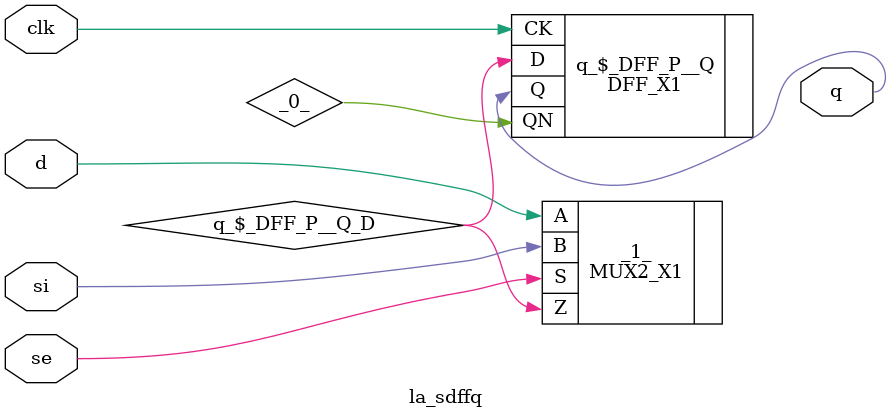
<source format=v>
/* Generated by Yosys 0.37 (git sha1 a5c7f69ed, clang 14.0.0-1ubuntu1.1 -fPIC -Os) */

module la_sdffq(d, si, se, clk, q);
  wire _0_;
  input clk;
  wire clk;
  input d;
  wire d;
  output q;
  wire q;
  wire \q_$_DFF_P__Q_D ;
  input se;
  wire se;
  input si;
  wire si;
  MUX2_X1 _1_ (
    .A(d),
    .B(si),
    .S(se),
    .Z(\q_$_DFF_P__Q_D )
  );
  DFF_X1 \q_$_DFF_P__Q  (
    .CK(clk),
    .D(\q_$_DFF_P__Q_D ),
    .Q(q),
    .QN(_0_)
  );
endmodule

</source>
